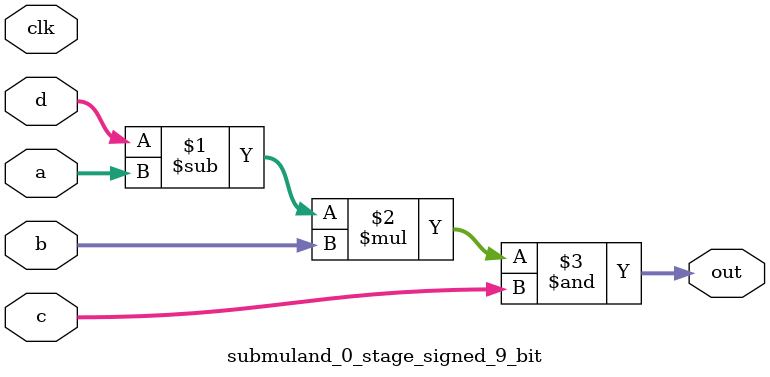
<source format=sv>
(* use_dsp = "yes" *) module submuland_0_stage_signed_9_bit(
	input signed [8:0] a,
	input signed [8:0] b,
	input signed [8:0] c,
	input signed [8:0] d,
	output [8:0] out,
	input clk);

	assign out = ((d - a) * b) & c;
endmodule

</source>
